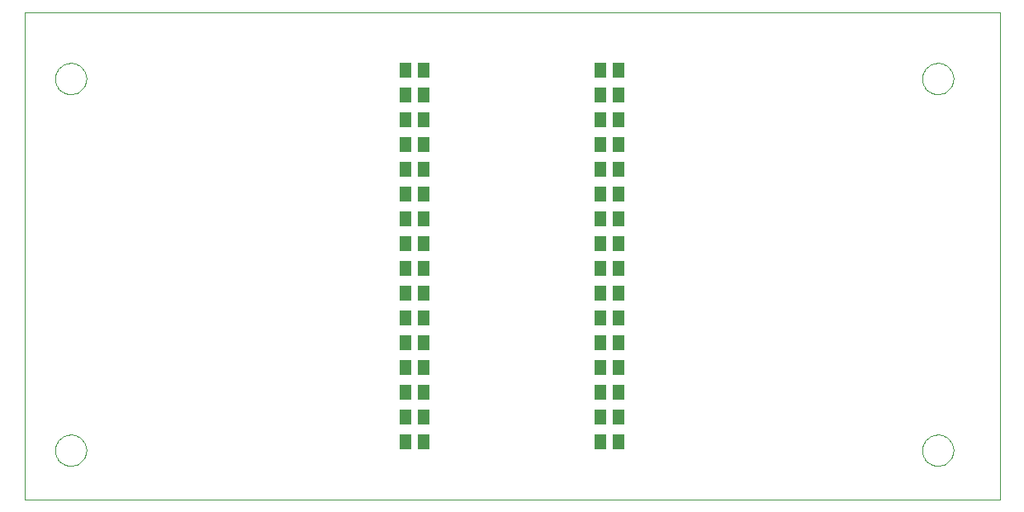
<source format=gbp>
G75*
G70*
%OFA0B0*%
%FSLAX24Y24*%
%IPPOS*%
%LPD*%
%AMOC8*
5,1,8,0,0,1.08239X$1,22.5*
%
%ADD10C,0.0000*%
%ADD11R,0.0512X0.0591*%
D10*
X000190Y000180D02*
X039561Y000180D01*
X039561Y019865D01*
X000190Y019865D01*
X000190Y000180D01*
X001431Y002180D02*
X001433Y002230D01*
X001439Y002280D01*
X001449Y002329D01*
X001463Y002377D01*
X001480Y002424D01*
X001501Y002469D01*
X001526Y002513D01*
X001554Y002554D01*
X001586Y002593D01*
X001620Y002630D01*
X001657Y002664D01*
X001697Y002694D01*
X001739Y002721D01*
X001783Y002745D01*
X001829Y002766D01*
X001876Y002782D01*
X001924Y002795D01*
X001974Y002804D01*
X002023Y002809D01*
X002074Y002810D01*
X002124Y002807D01*
X002173Y002800D01*
X002222Y002789D01*
X002270Y002774D01*
X002316Y002756D01*
X002361Y002734D01*
X002404Y002708D01*
X002445Y002679D01*
X002484Y002647D01*
X002520Y002612D01*
X002552Y002574D01*
X002582Y002534D01*
X002609Y002491D01*
X002632Y002447D01*
X002651Y002401D01*
X002667Y002353D01*
X002679Y002304D01*
X002687Y002255D01*
X002691Y002205D01*
X002691Y002155D01*
X002687Y002105D01*
X002679Y002056D01*
X002667Y002007D01*
X002651Y001959D01*
X002632Y001913D01*
X002609Y001869D01*
X002582Y001826D01*
X002552Y001786D01*
X002520Y001748D01*
X002484Y001713D01*
X002445Y001681D01*
X002404Y001652D01*
X002361Y001626D01*
X002316Y001604D01*
X002270Y001586D01*
X002222Y001571D01*
X002173Y001560D01*
X002124Y001553D01*
X002074Y001550D01*
X002023Y001551D01*
X001974Y001556D01*
X001924Y001565D01*
X001876Y001578D01*
X001829Y001594D01*
X001783Y001615D01*
X001739Y001639D01*
X001697Y001666D01*
X001657Y001696D01*
X001620Y001730D01*
X001586Y001767D01*
X001554Y001806D01*
X001526Y001847D01*
X001501Y001891D01*
X001480Y001936D01*
X001463Y001983D01*
X001449Y002031D01*
X001439Y002080D01*
X001433Y002130D01*
X001431Y002180D01*
X001431Y017180D02*
X001433Y017230D01*
X001439Y017280D01*
X001449Y017329D01*
X001463Y017377D01*
X001480Y017424D01*
X001501Y017469D01*
X001526Y017513D01*
X001554Y017554D01*
X001586Y017593D01*
X001620Y017630D01*
X001657Y017664D01*
X001697Y017694D01*
X001739Y017721D01*
X001783Y017745D01*
X001829Y017766D01*
X001876Y017782D01*
X001924Y017795D01*
X001974Y017804D01*
X002023Y017809D01*
X002074Y017810D01*
X002124Y017807D01*
X002173Y017800D01*
X002222Y017789D01*
X002270Y017774D01*
X002316Y017756D01*
X002361Y017734D01*
X002404Y017708D01*
X002445Y017679D01*
X002484Y017647D01*
X002520Y017612D01*
X002552Y017574D01*
X002582Y017534D01*
X002609Y017491D01*
X002632Y017447D01*
X002651Y017401D01*
X002667Y017353D01*
X002679Y017304D01*
X002687Y017255D01*
X002691Y017205D01*
X002691Y017155D01*
X002687Y017105D01*
X002679Y017056D01*
X002667Y017007D01*
X002651Y016959D01*
X002632Y016913D01*
X002609Y016869D01*
X002582Y016826D01*
X002552Y016786D01*
X002520Y016748D01*
X002484Y016713D01*
X002445Y016681D01*
X002404Y016652D01*
X002361Y016626D01*
X002316Y016604D01*
X002270Y016586D01*
X002222Y016571D01*
X002173Y016560D01*
X002124Y016553D01*
X002074Y016550D01*
X002023Y016551D01*
X001974Y016556D01*
X001924Y016565D01*
X001876Y016578D01*
X001829Y016594D01*
X001783Y016615D01*
X001739Y016639D01*
X001697Y016666D01*
X001657Y016696D01*
X001620Y016730D01*
X001586Y016767D01*
X001554Y016806D01*
X001526Y016847D01*
X001501Y016891D01*
X001480Y016936D01*
X001463Y016983D01*
X001449Y017031D01*
X001439Y017080D01*
X001433Y017130D01*
X001431Y017180D01*
X036431Y017180D02*
X036433Y017230D01*
X036439Y017280D01*
X036449Y017329D01*
X036463Y017377D01*
X036480Y017424D01*
X036501Y017469D01*
X036526Y017513D01*
X036554Y017554D01*
X036586Y017593D01*
X036620Y017630D01*
X036657Y017664D01*
X036697Y017694D01*
X036739Y017721D01*
X036783Y017745D01*
X036829Y017766D01*
X036876Y017782D01*
X036924Y017795D01*
X036974Y017804D01*
X037023Y017809D01*
X037074Y017810D01*
X037124Y017807D01*
X037173Y017800D01*
X037222Y017789D01*
X037270Y017774D01*
X037316Y017756D01*
X037361Y017734D01*
X037404Y017708D01*
X037445Y017679D01*
X037484Y017647D01*
X037520Y017612D01*
X037552Y017574D01*
X037582Y017534D01*
X037609Y017491D01*
X037632Y017447D01*
X037651Y017401D01*
X037667Y017353D01*
X037679Y017304D01*
X037687Y017255D01*
X037691Y017205D01*
X037691Y017155D01*
X037687Y017105D01*
X037679Y017056D01*
X037667Y017007D01*
X037651Y016959D01*
X037632Y016913D01*
X037609Y016869D01*
X037582Y016826D01*
X037552Y016786D01*
X037520Y016748D01*
X037484Y016713D01*
X037445Y016681D01*
X037404Y016652D01*
X037361Y016626D01*
X037316Y016604D01*
X037270Y016586D01*
X037222Y016571D01*
X037173Y016560D01*
X037124Y016553D01*
X037074Y016550D01*
X037023Y016551D01*
X036974Y016556D01*
X036924Y016565D01*
X036876Y016578D01*
X036829Y016594D01*
X036783Y016615D01*
X036739Y016639D01*
X036697Y016666D01*
X036657Y016696D01*
X036620Y016730D01*
X036586Y016767D01*
X036554Y016806D01*
X036526Y016847D01*
X036501Y016891D01*
X036480Y016936D01*
X036463Y016983D01*
X036449Y017031D01*
X036439Y017080D01*
X036433Y017130D01*
X036431Y017180D01*
X036431Y002180D02*
X036433Y002230D01*
X036439Y002280D01*
X036449Y002329D01*
X036463Y002377D01*
X036480Y002424D01*
X036501Y002469D01*
X036526Y002513D01*
X036554Y002554D01*
X036586Y002593D01*
X036620Y002630D01*
X036657Y002664D01*
X036697Y002694D01*
X036739Y002721D01*
X036783Y002745D01*
X036829Y002766D01*
X036876Y002782D01*
X036924Y002795D01*
X036974Y002804D01*
X037023Y002809D01*
X037074Y002810D01*
X037124Y002807D01*
X037173Y002800D01*
X037222Y002789D01*
X037270Y002774D01*
X037316Y002756D01*
X037361Y002734D01*
X037404Y002708D01*
X037445Y002679D01*
X037484Y002647D01*
X037520Y002612D01*
X037552Y002574D01*
X037582Y002534D01*
X037609Y002491D01*
X037632Y002447D01*
X037651Y002401D01*
X037667Y002353D01*
X037679Y002304D01*
X037687Y002255D01*
X037691Y002205D01*
X037691Y002155D01*
X037687Y002105D01*
X037679Y002056D01*
X037667Y002007D01*
X037651Y001959D01*
X037632Y001913D01*
X037609Y001869D01*
X037582Y001826D01*
X037552Y001786D01*
X037520Y001748D01*
X037484Y001713D01*
X037445Y001681D01*
X037404Y001652D01*
X037361Y001626D01*
X037316Y001604D01*
X037270Y001586D01*
X037222Y001571D01*
X037173Y001560D01*
X037124Y001553D01*
X037074Y001550D01*
X037023Y001551D01*
X036974Y001556D01*
X036924Y001565D01*
X036876Y001578D01*
X036829Y001594D01*
X036783Y001615D01*
X036739Y001639D01*
X036697Y001666D01*
X036657Y001696D01*
X036620Y001730D01*
X036586Y001767D01*
X036554Y001806D01*
X036526Y001847D01*
X036501Y001891D01*
X036480Y001936D01*
X036463Y001983D01*
X036449Y002031D01*
X036439Y002080D01*
X036433Y002130D01*
X036431Y002180D01*
D11*
X024187Y002523D03*
X023439Y002523D03*
X023439Y003523D03*
X024187Y003523D03*
X024187Y004523D03*
X023439Y004523D03*
X023439Y005523D03*
X024187Y005523D03*
X024187Y006523D03*
X023439Y006523D03*
X023439Y007523D03*
X024187Y007523D03*
X024187Y008523D03*
X023439Y008523D03*
X023439Y009523D03*
X024187Y009523D03*
X024187Y010523D03*
X023439Y010523D03*
X023439Y011523D03*
X024187Y011523D03*
X024187Y012523D03*
X023439Y012523D03*
X023439Y013523D03*
X024187Y013523D03*
X024187Y014523D03*
X023439Y014523D03*
X023439Y015523D03*
X024187Y015523D03*
X024187Y016523D03*
X023439Y016523D03*
X023439Y017523D03*
X024187Y017523D03*
X016313Y017523D03*
X015564Y017523D03*
X015564Y016523D03*
X016313Y016523D03*
X016313Y015523D03*
X015564Y015523D03*
X015564Y014523D03*
X016313Y014523D03*
X016313Y013523D03*
X015564Y013523D03*
X015564Y012523D03*
X016313Y012523D03*
X016313Y011523D03*
X015564Y011523D03*
X015564Y010523D03*
X016313Y010523D03*
X016313Y009523D03*
X015564Y009523D03*
X015564Y008523D03*
X016313Y008523D03*
X016313Y007523D03*
X015564Y007523D03*
X015564Y006523D03*
X016313Y006523D03*
X016313Y005523D03*
X015564Y005523D03*
X015564Y004523D03*
X016313Y004523D03*
X016313Y003523D03*
X015564Y003523D03*
X015564Y002523D03*
X016313Y002523D03*
M02*

</source>
